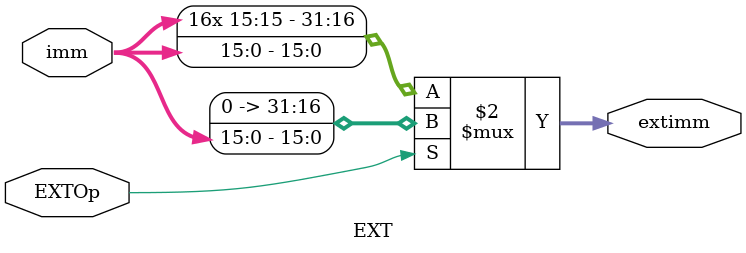
<source format=v>
`timescale 1ns / 1ps
module EXT(
	 input EXTOp,
	 input [15:0] imm,
	 output [31:0] extimm
    );	/*EXTOp==0 signextend; EXTOp==1 zeroextend*/
	 
	 assign extimm = (EXTOp==0 ? {{16{imm[15]}},imm[15:0]} : {16'h0000,imm[15:0]});


endmodule

</source>
